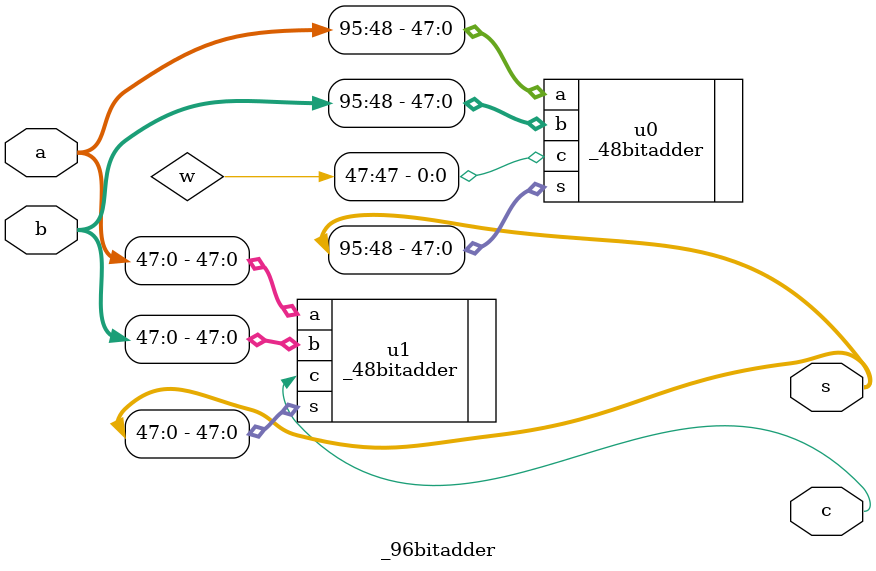
<source format=v>
`timescale 1ns / 1ps


module _96bitadder(
    input [95:0]a,
    input [95:0]b,
    output [95:0]s,
    output c
    );
    wire [94:0]w;
    _48bitadder u0(.a(a[95:48]),.b(b[95:48]),.c(w[47]),.s(s[95:48]));
    _48bitadder u1(.a(a[47:0]),.b(b[47:0]),.c(c),.s(s[47:0]));
endmodule

</source>
